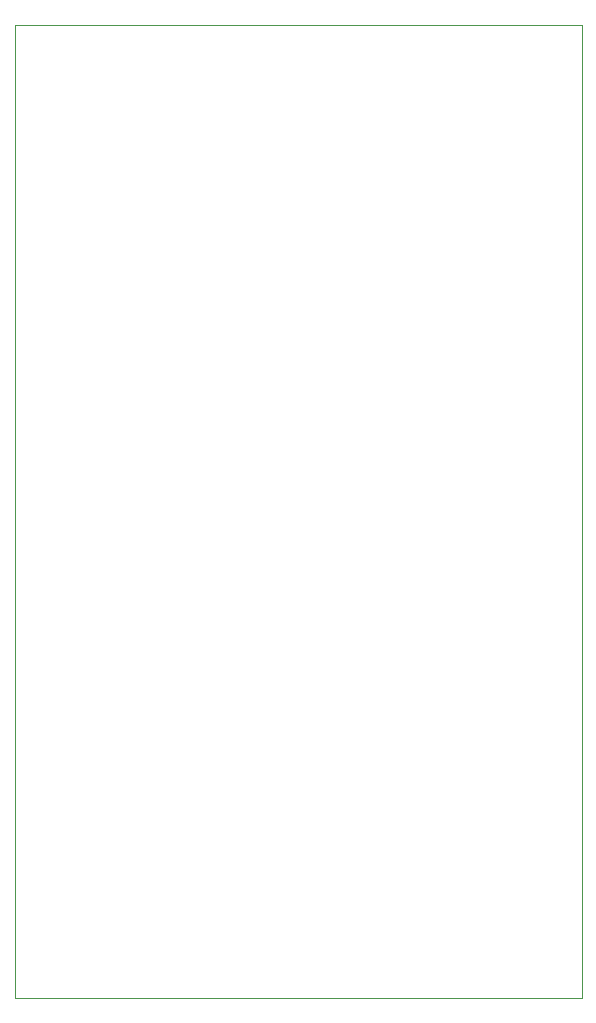
<source format=gbr>
G04 #@! TF.GenerationSoftware,KiCad,Pcbnew,(5.1.2)-2*
G04 #@! TF.CreationDate,2020-03-09T10:31:12+01:00*
G04 #@! TF.ProjectId,ETBC_2020,45544243-5f32-4303-9230-2e6b69636164,rev?*
G04 #@! TF.SameCoordinates,Original*
G04 #@! TF.FileFunction,Profile,NP*
%FSLAX46Y46*%
G04 Gerber Fmt 4.6, Leading zero omitted, Abs format (unit mm)*
G04 Created by KiCad (PCBNEW (5.1.2)-2) date 2020-03-09 10:31:12*
%MOMM*%
%LPD*%
G04 APERTURE LIST*
%ADD10C,0.100000*%
G04 APERTURE END LIST*
D10*
X124000000Y-24892000D02*
X124000000Y-107304974D01*
X76000000Y-107304974D02*
X76000000Y-24892000D01*
X124000000Y-24892000D02*
X76000000Y-24892000D01*
X76000000Y-107304974D02*
X124000000Y-107304974D01*
M02*

</source>
